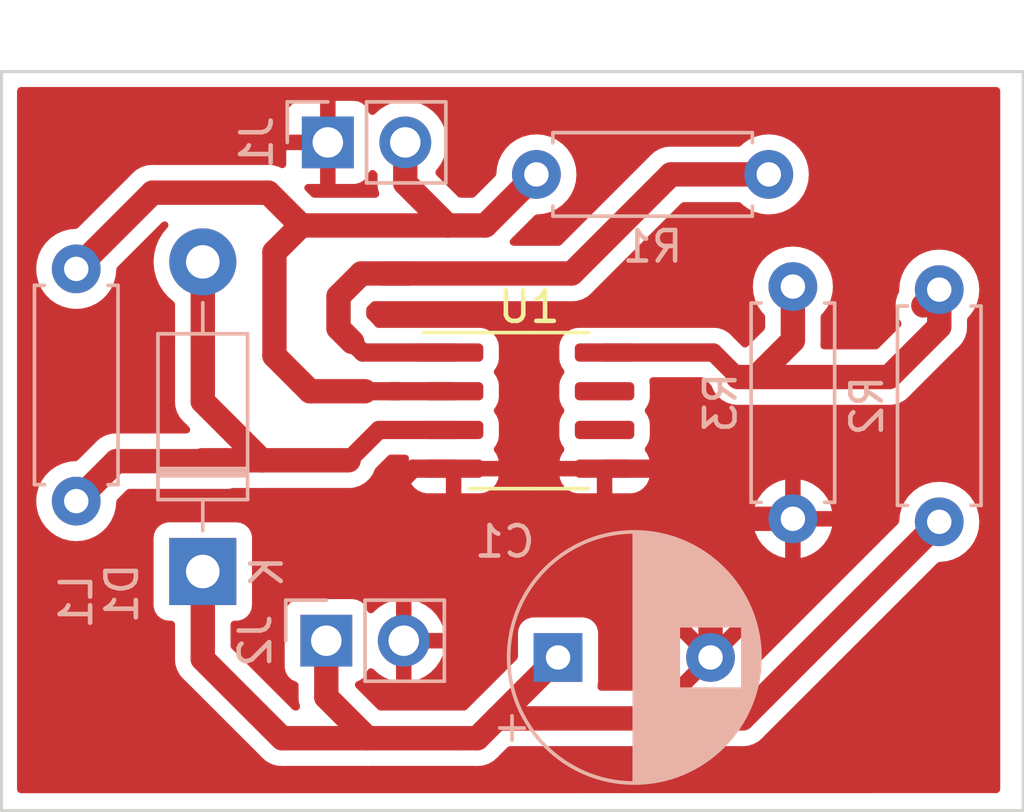
<source format=kicad_pcb>
(kicad_pcb (version 20211014) (generator pcbnew)
  (layers (0 "F.Cu" signal) (31 "B.Cu" signal) (34 "B.Paste" user) (35 "F.Paste" user) (36 "B.SilkS" user "B.Silkscreen") (37 "F.SilkS" user "F.Silkscreen") (38 "B.Mask" user) (39 "F.Mask" user) (44 "Edge.Cuts" user))
  (net 0 "")
  (net 1 "Net-(C1-Pad1)")
  (net 2 "GND")
  (net 3 "Net-(D1-Pad2)")
  (net 4 "Net-(J1-Pad2)")
  (net 5 "Net-(R1-Pad2)")
  (net 6 "Net-(R2-Pad1)")
  (footprint "Package_SO:SOIC-8_3.9x4.9mm_P1.27mm" (layer "F.Cu") (at 136.15 102.3)
    (fp_text reference "U1" (at 0 -3.4) (layer "F.SilkS"))
    (fp_text value "LT1073CS-5")
    (fp_line (start 0 -2.56) (end -3.45 -2.56) (layer "F.SilkS") (width 0.12))
    (fp_line (start 0 2.56) (end -1.95 2.56) (layer "F.SilkS") (width 0.12))
    (fp_line (start 0 2.56) (end 1.95 2.56) (layer "F.SilkS") (width 0.12))
    (fp_line (start 0 -2.56) (end 1.95 -2.56) (layer "F.SilkS") (width 0.12))
    (pad "1" smd roundrect locked (at -2.475 -1.905) (size 1.95 0.6) (layers "F.Cu" "F.Paste" "F.Mask") (net 5 "Net-(R1-Pad2)"))
    (pad "2" smd roundrect locked (at -2.475 -0.635) (size 1.95 0.6) (layers "F.Cu" "F.Paste" "F.Mask") (net 4 "Net-(J1-Pad2)"))
    (pad "3" smd roundrect locked (at -2.475 0.635) (size 1.95 0.6) (layers "F.Cu" "F.Paste" "F.Mask") (net 3 "Net-(D1-Pad2)"))
    (pad "4" smd roundrect locked (at -2.475 1.905) (size 1.95 0.6) (layers "F.Cu" "F.Paste" "F.Mask") (net 2 "GND"))
    (pad "5" smd roundrect locked (at 2.475 1.905) (size 1.95 0.6) (layers "F.Cu" "F.Paste" "F.Mask") (net 2 "GND"))
    (pad "6" smd roundrect locked (at 2.475 0.635) (size 1.95 0.6) (layers "F.Cu" "F.Paste" "F.Mask"))
    (pad "7" smd roundrect locked (at 2.475 -0.635) (size 1.95 0.6) (layers "F.Cu" "F.Paste" "F.Mask"))
    (pad "8" smd roundrect locked (at 2.475 -1.905) (size 1.95 0.6) (layers "F.Cu" "F.Paste" "F.Mask") (net 6 "Net-(R2-Pad1)"))
  )
  (footprint "Dolby:R_Axial_DIN0207_L6.3mm_D2.5mm_P7.62mm_Horizontal" (layer "B.Cu") (at 144.8 98.23 -90)
    (fp_text reference "R3" (at 3.81 2.37 90) (layer "B.SilkS") (effects (justify mirror)))
    (fp_text value "40.2k")
    (fp_line (start 0.54 1.04) (end 0.54 1.37) (layer "B.SilkS") (width 0.12))
    (fp_line (start 0.54 -1.04) (end 0.54 -1.37) (layer "B.SilkS") (width 0.12))
    (fp_line (start 7.08 1.37) (end 7.08 1.04) (layer "B.SilkS") (width 0.12))
    (fp_line (start 7.08 -1.37) (end 7.08 -1.04) (layer "B.SilkS") (width 0.12))
    (fp_line (start 0.54 1.37) (end 7.08 1.37) (layer "B.SilkS") (width 0.12))
    (fp_line (start 0.54 -1.37) (end 7.08 -1.37) (layer "B.SilkS") (width 0.12))
    (pad "1" thru_hole circle locked (at 0 0 270) (size 1.6 1.6) (drill 0.8) (layers *.Cu *.Mask) (net 6 "Net-(R2-Pad1)"))
    (pad "2" thru_hole oval locked (at 7.62 0 270) (size 1.6 1.6) (drill 0.8) (layers *.Cu *.Mask) (net 2 "GND"))
  )
  (footprint "Connector_PinHeader_2.54mm:PinHeader_1x02_P2.54mm_Vertical" (layer "B.Cu") (at 129.55 93.5 -90)
    (fp_text reference "J1" (at 0 2.33 90) (layer "B.SilkS") (effects (justify mirror)))
    (fp_text value "Conn_01x02")
    (fp_line (start -1.33 0) (end -1.33 1.33) (layer "B.SilkS") (width 0.12))
    (fp_line (start -1.33 -3.87) (end 1.33 -3.87) (layer "B.SilkS") (width 0.12))
    (fp_line (start -1.33 -1.27) (end 1.33 -1.27) (layer "B.SilkS") (width 0.12))
    (fp_line (start -1.33 -1.27) (end -1.33 -3.87) (layer "B.SilkS") (width 0.12))
    (fp_line (start 1.33 -1.27) (end 1.33 -3.87) (layer "B.SilkS") (width 0.12))
    (fp_line (start -1.33 1.33) (end 0 1.33) (layer "B.SilkS") (width 0.12))
    (pad "1" thru_hole rect locked (at 0 0 270) (size 1.7 1.7) (drill 1) (layers *.Cu *.Mask) (net 2 "GND"))
    (pad "2" thru_hole oval locked (at 0 -2.54 270) (size 1.7 1.7) (drill 1) (layers *.Cu *.Mask) (net 4 "Net-(J1-Pad2)"))
  )
  (footprint "Dolby:R_Axial_DIN0207_L6.3mm_D2.5mm_P7.62mm_Horizontal" (layer "B.Cu") (at 149.6 98.33 -90)
    (fp_text reference "R2" (at 3.81 2.37 90) (layer "B.SilkS") (effects (justify mirror)))
    (fp_text value "536k")
    (fp_line (start 7.08 -1.37) (end 7.08 -1.04) (layer "B.SilkS") (width 0.12))
    (fp_line (start 0.54 -1.04) (end 0.54 -1.37) (layer "B.SilkS") (width 0.12))
    (fp_line (start 0.54 -1.37) (end 7.08 -1.37) (layer "B.SilkS") (width 0.12))
    (fp_line (start 0.54 1.04) (end 0.54 1.37) (layer "B.SilkS") (width 0.12))
    (fp_line (start 0.54 1.37) (end 7.08 1.37) (layer "B.SilkS") (width 0.12))
    (fp_line (start 7.08 1.37) (end 7.08 1.04) (layer "B.SilkS") (width 0.12))
    (pad "1" thru_hole circle locked (at 0 0 270) (size 1.6 1.6) (drill 0.8) (layers *.Cu *.Mask) (net 6 "Net-(R2-Pad1)"))
    (pad "2" thru_hole oval locked (at 7.62 0 270) (size 1.6 1.6) (drill 0.8) (layers *.Cu *.Mask) (net 1 "Net-(C1-Pad1)"))
  )
  (footprint "Dolby:CP_Radial_D8.0mm_P5.00mm" (layer "B.Cu") (at 137.1 110.4)
    (fp_text reference "C1" (at -1.747349 -3.8) (layer "B.SilkS") (effects (justify mirror)))
    (fp_text value "100u")
    (fp_line (start 5.301 2.983) (end 5.301 1.04) (layer "B.SilkS") (width 0.12))
    (fp_line (start 3.381 3.985) (end 3.381 -3.985) (layer "B.SilkS") (width 0.12))
    (fp_line (start 5.781 2.454) (end 5.781 1.04) (layer "B.SilkS") (width 0.12))
    (fp_line (start 6.141 1.89) (end 6.141 -1.89) (layer "B.SilkS") (width 0.12))
    (fp_line (start 4.621 -1.04) (end 4.621 -3.493) (layer "B.SilkS") (width 0.12))
    (fp_line (start 5.181 -1.04) (end 5.181 -3.09) (layer "B.SilkS") (width 0.12))
    (fp_line (start 4.461 3.584) (end 4.461 1.04) (layer "B.SilkS") (width 0.12))
    (fp_line (start 6.341 1.453) (end 6.341 -1.453) (layer "B.SilkS") (width 0.12))
    (fp_line (start 2.62 4.079) (end 2.62 -4.079) (layer "B.SilkS") (width 0.12))
    (fp_line (start 3.621 3.925) (end 3.621 -3.925) (layer "B.SilkS") (width 0.12))
    (fp_line (start 6.581 0.533) (end 6.581 -0.533) (layer "B.SilkS") (width 0.12))
    (fp_line (start 6.021 -1.04) (end 6.021 -2.102) (layer "B.SilkS") (width 0.12))
    (fp_line (start 4.221 -1.04) (end 4.221 -3.704) (layer "B.SilkS") (width 0.12))
    (fp_line (start 3.06 4.042) (end 3.06 -4.042) (layer "B.SilkS") (width 0.12))
    (fp_line (start 2.78 4.071) (end 2.78 -4.071) (layer "B.SilkS") (width 0.12))
    (fp_line (start 4.501 -1.04) (end 4.501 -3.562) (layer "B.SilkS") (width 0.12))
    (fp_line (start 4.821 -1.04) (end 4.821 -3.365) (layer "B.SilkS") (width 0.12))
    (fp_line (start 2.82 4.068) (end 2.82 -4.068) (layer "B.SilkS") (width 0.12))
    (fp_line (start 3.901 3.835) (end 3.901 -3.835) (layer "B.SilkS") (width 0.12))
    (fp_line (start 5.941 2.228) (end 5.941 1.04) (layer "B.SilkS") (width 0.12))
    (fp_line (start 2.58 4.08) (end 2.58 -4.08) (layer "B.SilkS") (width 0.12))
    (fp_line (start 3.981 -1.04) (end 3.981 -3.805) (layer "B.SilkS") (width 0.12))
    (fp_line (start 4.101 -1.04) (end 4.101 -3.757) (layer "B.SilkS") (width 0.12))
    (fp_line (start 3.301 4.002) (end 3.301 -4.002) (layer "B.SilkS") (width 0.12))
    (fp_line (start 4.301 3.666) (end 4.301 1.04) (layer "B.SilkS") (width 0.12))
    (fp_line (start 6.181 1.813) (end 6.181 -1.813) (layer "B.SilkS") (width 0.12))
    (fp_line (start 5.021 3.22) (end 5.021 1.04) (layer "B.SilkS") (width 0.12))
    (fp_line (start 5.381 -1.04) (end 5.381 -2.907) (layer "B.SilkS") (width 0.12))
    (fp_line (start 6.381 1.346) (end 6.381 -1.346) (layer "B.SilkS") (width 0.12))
    (fp_line (start 4.581 -1.04) (end 4.581 -3.517) (layer "B.SilkS") (width 0.12))
    (fp_line (start 6.061 2.034) (end 6.061 -2.034) (layer "B.SilkS") (width 0.12))
    (fp_line (start 5.901 2.287) (end 5.901 1.04) (layer "B.SilkS") (width 0.12))
    (fp_line (start 5.581 -1.04) (end 5.581 -2.697) (layer "B.SilkS") (width 0.12))
    (fp_line (start 5.741 2.505) (end 5.741 1.04) (layer "B.SilkS") (width 0.12))
    (fp_line (start 5.421 -1.04) (end 5.421 -2.867) (layer "B.SilkS") (width 0.12))
    (fp_line (start 5.221 -1.04) (end 5.221 -3.055) (layer "B.SilkS") (width 0.12))
    (fp_line (start 5.541 2.741) (end 5.541 1.04) (layer "B.SilkS") (width 0.12))
    (fp_line (start 5.781 -1.04) (end 5.781 -2.454) (layer "B.SilkS") (width 0.12))
    (fp_line (start 3.02 4.048) (end 3.02 -4.048) (layer "B.SilkS") (width 0.12))
    (fp_line (start 4.661 -1.04) (end 4.661 -3.469) (layer "B.SilkS") (width 0.12))
    (fp_line (start 5.261 3.019) (end 5.261 1.04) (layer "B.SilkS") (width 0.12))
    (fp_line (start 4.621 3.493) (end 4.621 1.04) (layer "B.SilkS") (width 0.12))
    (fp_line (start 2.5 4.08) (end 2.5 -4.08) (layer "B.SilkS") (width 0.12))
    (fp_line (start 3.861 3.85) (end 3.861 -3.85) (layer "B.SilkS") (width 0.12))
    (fp_line (start 4.381 3.627) (end 4.381 1.04) (layer "B.SilkS") (width 0.12))
    (fp_line (start 4.461 -1.04) (end 4.461 -3.584) (layer "B.SilkS") (width 0.12))
    (fp_line (start 4.661 3.469) (end 4.661 1.04) (layer "B.SilkS") (width 0.12))
    (fp_line (start 5.821 2.4) (end 5.821 1.04) (layer "B.SilkS") (width 0.12))
    (fp_line (start 5.461 -1.04) (end 5.461 -2.826) (layer "B.SilkS") (width 0.12))
    (fp_line (start 5.661 2.604) (end 5.661 1.04) (layer "B.SilkS") (width 0.12))
    (fp_line (start 6.541 0.768) (end 6.541 -0.768) (layer "B.SilkS") (width 0.12))
    (fp_line (start 2.54 4.08) (end 2.54 -4.08) (layer "B.SilkS") (width 0.12))
    (fp_line (start 5.101 3.156) (end 5.101 1.04) (layer "B.SilkS") (width 0.12))
    (fp_line (start 5.261 -1.04) (end 5.261 -3.019) (layer "B.SilkS") (width 0.12))
    (fp_line (start 4.861 3.338) (end 4.861 1.04) (layer "B.SilkS") (width 0.12))
    (fp_line (start 5.181 3.09) (end 5.181 1.04) (layer "B.SilkS") (width 0.12))
    (fp_line (start 6.221 1.731) (end 6.221 -1.731) (layer "B.SilkS") (width 0.12))
    (fp_line (start 5.421 2.867) (end 5.421 1.04) (layer "B.SilkS") (width 0.12))
    (fp_line (start 2.94 4.057) (end 2.94 -4.057) (layer "B.SilkS") (width 0.12))
    (fp_line (start 4.541 3.54) (end 4.541 1.04) (layer "B.SilkS") (width 0.12))
    (fp_line (start 4.181 3.722) (end 4.181 1.04) (layer "B.SilkS") (width 0.12))
    (fp_line (start 4.501 3.562) (end 4.501 1.04) (layer "B.SilkS") (width 0.12))
    (fp_line (start 5.981 2.166) (end 5.981 1.04) (layer "B.SilkS") (width 0.12))
    (fp_line (start 5.061 -1.04) (end 5.061 -3.189) (layer "B.SilkS") (width 0.12))
    (fp_line (start 5.541 -1.04) (end 5.541 -2.741) (layer "B.SilkS") (width 0.12))
    (fp_line (start 5.221 3.055) (end 5.221 1.04) (layer "B.SilkS") (width 0.12))
    (fp_line (start 4.341 -1.04) (end 4.341 -3.647) (layer "B.SilkS") (width 0.12))
    (fp_line (start 4.061 3.774) (end 4.061 1.04) (layer "B.SilkS") (width 0.12))
    (fp_line (start 5.501 -1.04) (end 5.501 -2.784) (layer "B.SilkS") (width 0.12))
    (fp_line (start 3.661 3.914) (end 3.661 -3.914) (layer "B.SilkS") (width 0.12))
    (fp_line (start 5.141 3.124) (end 5.141 1.04) (layer "B.SilkS") (width 0.12))
    (fp_line (start 4.301 -1.04) (end 4.301 -3.666) (layer "B.SilkS") (width 0.12))
    (fp_line (start 5.101 -1.04) (end 5.101 -3.156) (layer "B.SilkS") (width 0.12))
    (fp_line (start 5.141 -1.04) (end 5.141 -3.124) (layer "B.SilkS") (width 0.12))
    (fp_line (start 4.421 3.606) (end 4.421 1.04) (layer "B.SilkS") (width 0.12))
    (fp_line (start 4.781 -1.04) (end 4.781 -3.392) (layer "B.SilkS") (width 0.12))
    (fp_line (start 5.061 3.189) (end 5.061 1.04) (layer "B.SilkS") (width 0.12))
    (fp_line (start 2.7 4.076) (end 2.7 -4.076) (layer "B.SilkS") (width 0.12))
    (fp_line (start 5.941 -1.04) (end 5.941 -2.228) (layer "B.SilkS") (width 0.12))
    (fp_line (start 3.421 3.976) (end 3.421 -3.976) (layer "B.SilkS") (width 0.12))
    (fp_line (start 4.821 3.365) (end 4.821 1.04) (layer "B.SilkS") (width 0.12))
    (fp_line (start 4.541 -1.04) (end 4.541 -3.54) (layer "B.SilkS") (width 0.12))
    (fp_line (start 5.621 2.651) (end 5.621 1.04) (layer "B.SilkS") (width 0.12))
    (fp_line (start 5.861 -1.04) (end 5.861 -2.345) (layer "B.SilkS") (width 0.12))
    (fp_line (start 3.341 3.994) (end 3.341 -3.994) (layer "B.SilkS") (width 0.12))
    (fp_line (start 4.701 -1.04) (end 4.701 -3.444) (layer "B.SilkS") (width 0.12))
    (fp_line (start 3.461 3.967) (end 3.461 -3.967) (layer "B.SilkS") (width 0.12))
    (fp_line (start 2.98 4.052) (end 2.98 -4.052) (layer "B.SilkS") (width 0.12))
    (fp_line (start 6.501 0.948) (end 6.501 -0.948) (layer "B.SilkS") (width 0.12))
    (fp_line (start 4.021 -1.04) (end 4.021 -3.79) (layer "B.SilkS") (width 0.12))
    (fp_line (start 3.941 3.821) (end 3.941 -3.821) (layer "B.SilkS") (width 0.12))
    (fp_line (start 3.821 3.863) (end 3.821 -3.863) (layer "B.SilkS") (width 0.12))
    (fp_line (start 5.741 -1.04) (end 5.741 -2.505) (layer "B.SilkS") (width 0.12))
    (fp_line (start 6.101 1.964) (end 6.101 -1.964) (layer "B.SilkS") (width 0.12))
    (fp_line (start 5.461 2.826) (end 5.461 1.04) (layer "B.SilkS") (width 0.12))
    (fp_line (start 2.9 4.061) (end 2.9 -4.061) (layer "B.SilkS") (width 0.12))
    (fp_line (start 5.621 -1.04) (end 5.621 -2.651) (layer "B.SilkS") (width 0.12))
    (fp_line (start 4.141 -1.04) (end 4.141 -3.74) (layer "B.SilkS") (width 0.12))
    (fp_line (start 4.941 -1.04) (end 4.941 -3.28) (layer "B.SilkS") (width 0.12))
    (fp_line (start 6.261 1.645) (end 6.261 -1.645) (layer "B.SilkS") (width 0.12))
    (fp_line (start 3.781 3.877) (end 3.781 -3.877) (layer "B.SilkS") (width 0.12))
    (fp_line (start 5.901 -1.04) (end 5.901 -2.287) (layer "B.SilkS") (width 0.12))
    (fp_line (start 5.661 -1.04) (end 5.661 -2.604) (layer "B.SilkS") (width 0.12))
    (fp_line (start 4.101 3.757) (end 4.101 1.04) (layer "B.SilkS") (width 0.12))
    (fp_line (start 5.821 -1.04) (end 5.821 -2.4) (layer "B.SilkS") (width 0.12))
    (fp_line (start 2.66 4.077) (end 2.66 -4.077) (layer "B.SilkS") (width 0.12))
    (fp_line (start -1.909698 2.315) (end -1.109698 2.315) (layer "B.SilkS") (width 0.12))
    (fp_line (start 4.941 3.28) (end 4.941 1.04) (layer "B.SilkS") (width 0.12))
    (fp_line (start 5.341 2.945) (end 5.341 1.04) (layer "B.SilkS") (width 0.12))
    (fp_line (start 3.981 3.805) (end 3.981 1.04) (layer "B.SilkS") (width 0.12))
    (fp_line (start 4.861 -1.04) (end 4.861 -3.338) (layer "B.SilkS") (width 0.12))
    (fp_line (start 6.421 1.229) (end 6.421 -1.229) (layer "B.SilkS") (width 0.12))
    (fp_line (start 4.141 3.74) (end 4.141 1.04) (layer "B.SilkS") (width 0.12))
    (fp_line (start 5.981 -1.04) (end 5.981 -2.166) (layer "B.SilkS") (width 0.12))
    (fp_line (start 5.701 -1.04) (end 5.701 -2.556) (layer "B.SilkS") (width 0.12))
    (fp_line (start 4.701 3.444) (end 4.701 1.04) (layer "B.SilkS") (width 0.12))
    (fp_line (start 6.301 1.552) (end 6.301 -1.552) (layer "B.SilkS") (width 0.12))
    (fp_line (start 4.381 -1.04) (end 4.381 -3.627) (layer "B.SilkS") (width 0.12))
    (fp_line (start 4.421 -1.04) (end 4.421 -3.606) (layer "B.SilkS") (width 0.12))
    (fp_line (start 4.981 -1.04) (end 4.981 -3.25) (layer "B.SilkS") (width 0.12))
    (fp_line (start 6.461 1.098) (end 6.461 -1.098) (layer "B.SilkS") (width 0.12))
    (fp_line (start 3.501 3.957) (end 3.501 -3.957) (layer "B.SilkS") (width 0.12))
    (fp_line (start 4.741 -1.04) (end 4.741 -3.418) (layer "B.SilkS") (width 0.12))
    (fp_line (start 4.261 3.686) (end 4.261 1.04) (layer "B.SilkS") (width 0.12))
    (fp_line (start 4.061 -1.04) (end 4.061 -3.774) (layer "B.SilkS") (width 0.12))
    (fp_line (start 5.701 2.556) (end 5.701 1.04) (layer "B.SilkS") (width 0.12))
    (fp_line (start -1.509698 2.715) (end -1.509698 1.915) (layer "B.SilkS") (width 0.12))
    (fp_line (start 4.221 3.704) (end 4.221 1.04) (layer "B.SilkS") (width 0.12))
    (fp_line (start 4.581 3.517) (end 4.581 1.04) (layer "B.SilkS") (width 0.12))
    (fp_line (start 2.86 4.065) (end 2.86 -4.065) (layer "B.SilkS") (width 0.12))
    (fp_line (start 5.581 2.697) (end 5.581 1.04) (layer "B.SilkS") (width 0.12))
    (fp_line (start 3.701 3.902) (end 3.701 -3.902) (layer "B.SilkS") (width 0.12))
    (fp_line (start 4.741 3.418) (end 4.741 1.04) (layer "B.SilkS") (width 0.12))
    (fp_line (start 4.781 3.392) (end 4.781 1.04) (layer "B.SilkS") (width 0.12))
    (fp_line (start 2.74 4.074) (end 2.74 -4.074) (layer "B.SilkS") (width 0.12))
    (fp_line (start 5.501 2.784) (end 5.501 1.04) (layer "B.SilkS") (width 0.12))
    (fp_line (start 5.381 2.907) (end 5.381 1.04) (layer "B.SilkS") (width 0.12))
    (fp_line (start 3.14 4.03) (end 3.14 -4.03) (layer "B.SilkS") (width 0.12))
    (fp_line (start 4.901 -1.04) (end 4.901 -3.309) (layer "B.SilkS") (width 0.12))
    (fp_line (start 3.581 3.936) (end 3.581 -3.936) (layer "B.SilkS") (width 0.12))
    (fp_line (start 6.021 2.102) (end 6.021 1.04) (layer "B.SilkS") (width 0.12))
    (fp_line (start 3.261 4.01) (end 3.261 -4.01) (layer "B.SilkS") (width 0.12))
    (fp_line (start 4.181 -1.04) (end 4.181 -3.722) (layer "B.SilkS") (width 0.12))
    (fp_line (start 4.021 3.79) (end 4.021 1.04) (layer "B.SilkS") (width 0.12))
    (fp_line (start 4.261 -1.04) (end 4.261 -3.686) (layer "B.SilkS") (width 0.12))
    (fp_line (start 4.901 3.309) (end 4.901 1.04) (layer "B.SilkS") (width 0.12))
    (fp_line (start 4.981 3.25) (end 4.981 1.04) (layer "B.SilkS") (width 0.12))
    (fp_line (start 4.341 3.647) (end 4.341 1.04) (layer "B.SilkS") (width 0.12))
    (fp_line (start 5.861 2.345) (end 5.861 1.04) (layer "B.SilkS") (width 0.12))
    (fp_line (start 3.541 3.947) (end 3.541 -3.947) (layer "B.SilkS") (width 0.12))
    (fp_line (start 3.18 4.024) (end 3.18 -4.024) (layer "B.SilkS") (width 0.12))
    (fp_line (start 3.741 3.889) (end 3.741 -3.889) (layer "B.SilkS") (width 0.12))
    (fp_line (start 5.341 -1.04) (end 5.341 -2.945) (layer "B.SilkS") (width 0.12))
    (fp_line (start 5.301 -1.04) (end 5.301 -2.983) (layer "B.SilkS") (width 0.12))
    (fp_line (start 3.221 4.017) (end 3.221 -4.017) (layer "B.SilkS") (width 0.12))
    (fp_line (start 3.1 4.037) (end 3.1 -4.037) (layer "B.SilkS") (width 0.12))
    (fp_line (start 5.021 -1.04) (end 5.021 -3.22) (layer "B.SilkS") (width 0.12))
    (fp_circle (center 2.5 0) (end 6.62 0) (layer "B.SilkS") (width 0.12) (fill none))
    (pad "1" thru_hole rect locked (at 0 0) (size 1.6 1.6) (drill 0.8) (layers *.Cu *.Mask) (net 1 "Net-(C1-Pad1)"))
    (pad "2" thru_hole circle locked (at 5 0) (size 1.6 1.6) (drill 0.8) (layers *.Cu *.Mask) (net 2 "GND"))
  )
  (footprint "Connector_PinHeader_2.54mm:PinHeader_1x02_P2.54mm_Vertical" (layer "B.Cu") (at 129.5 109.85 -90)
    (fp_text reference "J2" (at 0 2.33 90) (layer "B.SilkS") (effects (justify mirror)))
    (fp_text value "Conn_01x02")
    (fp_line (start -1.33 -3.87) (end 1.33 -3.87) (layer "B.SilkS") (width 0.12))
    (fp_line (start -1.33 0) (end -1.33 1.33) (layer "B.SilkS") (width 0.12))
    (fp_line (start -1.33 -1.27) (end 1.33 -1.27) (layer "B.SilkS") (width 0.12))
    (fp_line (start -1.33 1.33) (end 0 1.33) (layer "B.SilkS") (width 0.12))
    (fp_line (start -1.33 -1.27) (end -1.33 -3.87) (layer "B.SilkS") (width 0.12))
    (fp_line (start 1.33 -1.27) (end 1.33 -3.87) (layer "B.SilkS") (width 0.12))
    (pad "1" thru_hole rect locked (at 0 0 270) (size 1.7 1.7) (drill 1) (layers *.Cu *.Mask) (net 1 "Net-(C1-Pad1)"))
    (pad "2" thru_hole oval locked (at 0 -2.54 270) (size 1.7 1.7) (drill 1) (layers *.Cu *.Mask) (net 2 "GND"))
  )
  (footprint "Dolby:R_Axial_DIN0207_L6.3mm_D2.5mm_P7.62mm_Horizontal" (layer "B.Cu") (at 121.3 97.65 -90)
    (fp_text reference "L1" (at 10.92 0 90) (layer "B.SilkS") (effects (justify mirror)))
    (fp_text value "120u")
    (fp_line (start 0.54 1.37) (end 7.08 1.37) (layer "B.SilkS") (width 0.12))
    (fp_line (start 7.08 -1.37) (end 7.08 -1.04) (layer "B.SilkS") (width 0.12))
    (fp_line (start 0.54 1.04) (end 0.54 1.37) (layer "B.SilkS") (width 0.12))
    (fp_line (start 0.54 -1.37) (end 7.08 -1.37) (layer "B.SilkS") (width 0.12))
    (fp_line (start 7.08 1.37) (end 7.08 1.04) (layer "B.SilkS") (width 0.12))
    (fp_line (start 0.54 -1.04) (end 0.54 -1.37) (layer "B.SilkS") (width 0.12))
    (pad "1" thru_hole circle locked (at 0 0 270) (size 1.6 1.6) (drill 0.8) (layers *.Cu *.Mask) (net 4 "Net-(J1-Pad2)"))
    (pad "2" thru_hole oval locked (at 7.62 0 270) (size 1.6 1.6) (drill 0.8) (layers *.Cu *.Mask) (net 3 "Net-(D1-Pad2)"))
  )
  (footprint "Diode_THT:D_DO-41_SOD81_P10.16mm_Horizontal" (layer "B.Cu") (at 125.45 107.58 90)
    (fp_text reference "D1" (at -0.72 -2.65 90) (layer "B.SilkS") (effects (justify mirror)))
    (fp_text value "1N5818")
    (fp_text user "K" (at 0 2.1 90) (layer "B.SilkS") (effects (justify mirror)))
    (fp_line (start 8.82 0) (end 7.8 0) (layer "B.SilkS") (width 0.12))
    (fp_line (start 2.36 -1.47) (end 7.8 -1.47) (layer "B.SilkS") (width 0.12))
    (fp_line (start 7.8 1.47) (end 2.36 1.47) (layer "B.SilkS") (width 0.12))
    (fp_line (start 3.38 1.47) (end 3.38 -1.47) (layer "B.SilkS") (width 0.12))
    (fp_line (start 2.36 1.47) (end 2.36 -1.47) (layer "B.SilkS") (width 0.12))
    (fp_line (start 3.26 1.47) (end 3.26 -1.47) (layer "B.SilkS") (width 0.12))
    (fp_line (start 3.14 1.47) (end 3.14 -1.47) (layer "B.SilkS") (width 0.12))
    (fp_line (start 7.8 -1.47) (end 7.8 1.47) (layer "B.SilkS") (width 0.12))
    (fp_line (start 1.34 0) (end 2.36 0) (layer "B.SilkS") (width 0.12))
    (pad "1" thru_hole rect locked (at 0 0 90) (size 2.2 2.2) (drill 1.1) (layers *.Cu *.Mask) (net 1 "Net-(C1-Pad1)"))
    (pad "2" thru_hole oval locked (at 10.16 0 90) (size 2.2 2.2) (drill 1.1) (layers *.Cu *.Mask) (net 3 "Net-(D1-Pad2)"))
  )
  (footprint "Dolby:R_Axial_DIN0207_L6.3mm_D2.5mm_P7.62mm_Horizontal" (layer "B.Cu") (at 136.39 94.55)
    (fp_text reference "R1" (at 3.81 2.37) (layer "B.SilkS") (effects (justify mirror)))
    (fp_text value "220")
    (fp_line (start 0.54 -1.04) (end 0.54 -1.37) (layer "B.SilkS") (width 0.12))
    (fp_line (start 0.54 1.04) (end 0.54 1.37) (layer "B.SilkS") (width 0.12))
    (fp_line (start 7.08 -1.37) (end 7.08 -1.04) (layer "B.SilkS") (width 0.12))
    (fp_line (start 0.54 -1.37) (end 7.08 -1.37) (layer "B.SilkS") (width 0.12))
    (fp_line (start 0.54 1.37) (end 7.08 1.37) (layer "B.SilkS") (width 0.12))
    (fp_line (start 7.08 1.37) (end 7.08 1.04) (layer "B.SilkS") (width 0.12))
    (pad "1" thru_hole circle locked (at 0 0) (size 1.6 1.6) (drill 0.8) (layers *.Cu *.Mask) (net 4 "Net-(J1-Pad2)"))
    (pad "2" thru_hole oval locked (at 7.62 0) (size 1.6 1.6) (drill 0.8) (layers *.Cu *.Mask) (net 5 "Net-(R1-Pad2)"))
  )
  (gr_rect (start 118.85 91.175) (end 152.35 115.425) (layer "Edge.Cuts") (width 0.1) (fill none))
  (segment (start 125.45 110.45) (end 127.25 112.25) (width 0.8) (layer "F.Cu") (net 1))
  (segment (start 128.05 113.05) (end 130.85 113.05) (width 0.8) (layer "F.Cu") (net 1))
  (segment (start 125.45 107.58) (end 125.45 110.125) (width 0.8) (layer "F.Cu") (net 1))
  (segment (start 130.85 113.05) (end 133.9 113.05) (width 0.8) (layer "F.Cu") (net 1))
  (segment (start 129.5 109.85) (end 129.5 111.7) (width 0.8) (layer "F.Cu") (net 1))
  (segment (start 127.25 112.25) (end 128.05 113.05) (width 0.8) (layer "F.Cu") (net 1))
  (segment (start 143.15 112.4) (end 149.6 105.95) (width 0.8) (layer "F.Cu") (net 1))
  (segment (start 137.1 110.4) (end 135.1 112.4) (width 0.8) (layer "F.Cu") (net 1))
  (segment (start 129.325 109.95) (end 129.325 110.175) (width 0.8) (layer "F.Cu") (net 1))
  (segment (start 135.1 112.4) (end 134.45 113.05) (width 0.8) (layer "F.Cu") (net 1))
  (segment (start 125.45 110.125) (end 125.45 110.45) (width 0.8) (layer "F.Cu") (net 1))
  (segment (start 129.5 111.7) (end 130.85 113.05) (width 0.8) (layer "F.Cu") (net 1))
  (segment (start 135.1 112.4) (end 143.15 112.4) (width 0.8) (layer "F.Cu") (net 1))
  (segment (start 134.45 113.05) (end 133.9 113.05) (width 0.8) (layer "F.Cu") (net 1))
  (segment (start 142.1 108.25) (end 142.1 110.4) (width 0.8) (layer "F.Cu") (net 2))
  (segment (start 142.8 105.75) (end 142.8 105.85) (width 0.6) (layer "F.Cu") (net 2))
  (segment (start 141.25 107.4) (end 142.8 105.85) (width 0.8) (layer "F.Cu") (net 2))
  (segment (start 131.1 105.45) (end 131.1 106.22) (width 0.6) (layer "F.Cu") (net 2))
  (segment (start 131.1 106.22) (end 131.35 106.47) (width 0.6) (layer "F.Cu") (net 2))
  (segment (start 132.345 104.205) (end 131.1 105.45) (width 0.6) (layer "F.Cu") (net 2))
  (segment (start 141.25 107.4) (end 141.65 107.4) (width 0.8) (layer "F.Cu") (net 2))
  (segment (start 134.02 106.47) (end 134.95 107.4) (width 0.8) (layer "F.Cu") (net 2))
  (segment (start 131.35 106.47) (end 134.02 106.47) (width 0.8) (layer "F.Cu") (net 2))
  (segment (start 138.625 104.205) (end 141.255 104.205) (width 0.6) (layer "F.Cu") (net 2))
  (segment (start 134.95 107.4) (end 141.25 107.4) (width 0.8) (layer "F.Cu") (net 2))
  (segment (start 141.95 110.25) (end 142.1 110.4) (width 0.6) (layer "F.Cu") (net 2))
  (segment (start 141.25 107.4) (end 142.1 108.25) (width 0.8) (layer "F.Cu") (net 2))
  (segment (start 133.675 104.205) (end 132.345 104.205) (width 0.6) (layer "F.Cu") (net 2))
  (segment (start 141.255 104.205) (end 142.8 105.75) (width 0.6) (layer "F.Cu") (net 2))
  (segment (start 142.8 105.85) (end 144.8 105.85) (width 0.8) (layer "F.Cu") (net 2))
  (segment (start 127.38 103.93) (end 126.22 103.93) (width 0.8) (layer "F.Cu") (net 3))
  (segment (start 133.675 102.935) (end 131.225 102.935) (width 0.6) (layer "F.Cu") (net 3))
  (segment (start 125.45 102) (end 127.38 103.93) (width 0.8) (layer "F.Cu") (net 3))
  (segment (start 122.61 103.96) (end 126.19 103.96) (width 0.8) (layer "F.Cu") (net 3))
  (segment (start 130.23 103.93) (end 127.38 103.93) (width 0.8) (layer "F.Cu") (net 3))
  (segment (start 131.225 102.935) (end 130.23 103.93) (width 0.6) (layer "F.Cu") (net 3))
  (segment (start 125.45 97.42) (end 125.45 102) (width 0.8) (layer "F.Cu") (net 3))
  (segment (start 126.22 103.93) (end 125.43 103.93) (width 0.8) (layer "F.Cu") (net 3))
  (segment (start 126.19 103.96) (end 126.22 103.93) (width 0.8) (layer "F.Cu") (net 3))
  (segment (start 122.61 103.96) (end 121.3 105.27) (width 0.8) (layer "F.Cu") (net 3))
  (segment (start 127.6 95.15) (end 128.675 96.225) (width 0.8) (layer "F.Cu") (net 4))
  (segment (start 123.8 95.15) (end 127.6 95.15) (width 0.8) (layer "F.Cu") (net 4))
  (segment (start 136.39 94.55) (end 134.715 96.225) (width 0.8) (layer "F.Cu") (net 4))
  (segment (start 131.865 101.665) (end 131.625 101.665) (width 0.6) (layer "F.Cu") (net 4))
  (segment (start 132.09 94.84) (end 133.475 96.225) (width 0.8) (layer "F.Cu") (net 4))
  (segment (start 128.965 101.665) (end 130.765 101.665) (width 0.8) (layer "F.Cu") (net 4))
  (segment (start 127.8 100.5) (end 128.675 101.375) (width 0.8) (layer "F.Cu") (net 4))
  (segment (start 132.09 93.5) (end 132.09 94.84) (width 0.8) (layer "F.Cu") (net 4))
  (segment (start 128.675 96.225) (end 127.8 97.1) (width 0.8) (layer "F.Cu") (net 4))
  (segment (start 134.715 96.225) (end 133.475 96.225) (width 0.8) (layer "F.Cu") (net 4))
  (segment (start 131.865 101.665) (end 130.765 101.665) (width 0.6) (layer "F.Cu") (net 4))
  (segment (start 133.675 101.665) (end 131.865 101.665) (width 0.6) (layer "F.Cu") (net 4))
  (segment (start 128.675 101.375) (end 128.965 101.665) (width 0.8) (layer "F.Cu") (net 4))
  (segment (start 121.3 97.65) (end 123.8 95.15) (width 0.8) (layer "F.Cu") (net 4))
  (segment (start 133.475 96.225) (end 128.675 96.225) (width 0.8) (layer "F.Cu") (net 4))
  (segment (start 127.8 97.1) (end 127.8 100.5) (width 0.8) (layer "F.Cu") (net 4))
  (segment (start 133.675 100.395) (end 132.495 100.395) (width 0.6) (layer "F.Cu") (net 5))
  (segment (start 132.2 97.8) (end 137.55 97.8) (width 0.8) (layer "F.Cu") (net 5))
  (segment (start 133.675 100.395) (end 130.695 100.395) (width 0.6) (layer "F.Cu") (net 5))
  (segment (start 144.01 94.55) (end 140.8 94.55) (width 0.8) (layer "F.Cu") (net 5))
  (segment (start 129.9 98.55) (end 129.9 99.6) (width 0.8) (layer "F.Cu") (net 5))
  (segment (start 130.65 97.8) (end 129.9 98.55) (width 0.8) (layer "F.Cu") (net 5))
  (segment (start 130.695 100.395) (end 130.35 100.05) (width 0.6) (layer "F.Cu") (net 5))
  (segment (start 140.8 94.55) (end 137.55 97.8) (width 0.8) (layer "F.Cu") (net 5))
  (segment (start 129.9 99.6) (end 130.35 100.05) (width 0.8) (layer "F.Cu") (net 5))
  (segment (start 132.2 97.8) (end 130.65 97.8) (width 0.8) (layer "F.Cu") (net 5))
  (segment (start 131.35 97.8) (end 132.2 97.8) (width 0.8) (layer "F.Cu") (net 5))
  (segment (start 144.8 98.23) (end 144.8 100) (width 0.8) (layer "F.Cu") (net 6))
  (segment (start 149.08 98.85) (end 149.6 98.33) (width 0.8) (layer "F.Cu") (net 6))
  (segment (start 144.8 100) (end 143.6 101.2) (width 0.8) (layer "F.Cu") (net 6))
  (segment (start 138.625 100.395) (end 142.195 100.395) (width 0.6) (layer "F.Cu") (net 6))
  (segment (start 143.6 101.2) (end 147.95 101.2) (width 0.8) (layer "F.Cu") (net 6))
  (segment (start 143 101.2) (end 143.6 101.2) (width 0.8) (layer "F.Cu") (net 6))
  (segment (start 142.195 100.395) (end 143 101.2) (width 0.6) (layer "F.Cu") (net 6))
  (segment (start 147.95 101.2) (end 149.6 99.55) (width 0.8) (layer "F.Cu") (net 6))
  (segment (start 149.6 99.55) (end 149.6 98.33) (width 0.8) (layer "F.Cu") (net 6))
  (zone (net 2) (net_name "GND") (layer "F.Cu") (connect_pads (clearance 0.508)) (min_thickness 0.254) (fill yes (thermal_gap 0.508) (thermal_bridge_width 0.508))
    (polygon (pts (xy 151.59988 114.851) (xy 118.896512 114.854739) (xy 118.946878 91.35404) (xy 151.600246 91.350301)))
  )
)
</source>
